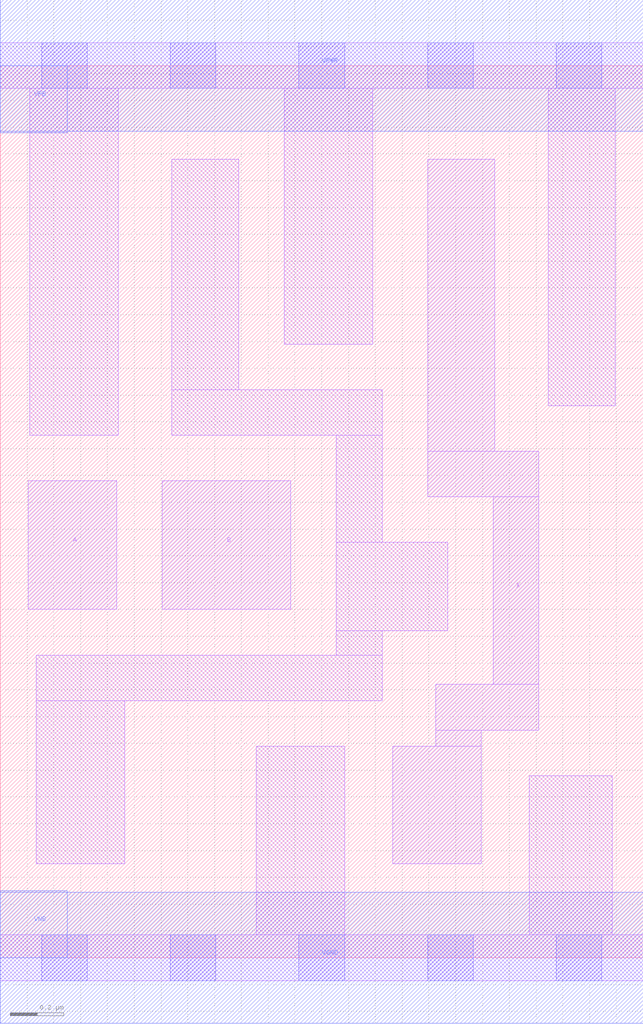
<source format=lef>
# Copyright 2020 The SkyWater PDK Authors
#
# Licensed under the Apache License, Version 2.0 (the "License");
# you may not use this file except in compliance with the License.
# You may obtain a copy of the License at
#
#     https://www.apache.org/licenses/LICENSE-2.0
#
# Unless required by applicable law or agreed to in writing, software
# distributed under the License is distributed on an "AS IS" BASIS,
# WITHOUT WARRANTIES OR CONDITIONS OF ANY KIND, either express or implied.
# See the License for the specific language governing permissions and
# limitations under the License.
#
# SPDX-License-Identifier: Apache-2.0

VERSION 5.5 ;
NAMESCASESENSITIVE ON ;
BUSBITCHARS "[]" ;
DIVIDERCHAR "/" ;
MACRO sky130_fd_sc_ms__and2_2
  CLASS CORE ;
  SOURCE USER ;
  ORIGIN  0.000000  0.000000 ;
  SIZE  2.400000 BY  3.330000 ;
  SYMMETRY X Y ;
  SITE unit ;
  PIN A
    ANTENNAGATEAREA  0.261000 ;
    DIRECTION INPUT ;
    USE SIGNAL ;
    PORT
      LAYER li1 ;
        RECT 0.105000 1.300000 0.435000 1.780000 ;
    END
  END A
  PIN B
    ANTENNAGATEAREA  0.261000 ;
    DIRECTION INPUT ;
    USE SIGNAL ;
    PORT
      LAYER li1 ;
        RECT 0.605000 1.300000 1.085000 1.780000 ;
    END
  END B
  PIN X
    ANTENNADIFFAREA  0.543200 ;
    DIRECTION OUTPUT ;
    USE SIGNAL ;
    PORT
      LAYER li1 ;
        RECT 1.465000 0.350000 1.795000 0.790000 ;
        RECT 1.595000 1.720000 2.010000 1.890000 ;
        RECT 1.595000 1.890000 1.845000 2.980000 ;
        RECT 1.625000 0.790000 1.795000 0.850000 ;
        RECT 1.625000 0.850000 2.010000 1.020000 ;
        RECT 1.840000 1.020000 2.010000 1.720000 ;
    END
  END X
  PIN VGND
    DIRECTION INOUT ;
    USE GROUND ;
    PORT
      LAYER met1 ;
        RECT 0.000000 -0.245000 2.400000 0.245000 ;
    END
  END VGND
  PIN VNB
    DIRECTION INOUT ;
    USE GROUND ;
    PORT
    END
  END VNB
  PIN VPB
    DIRECTION INOUT ;
    USE POWER ;
    PORT
    END
  END VPB
  PIN VNB
    DIRECTION INOUT ;
    USE GROUND ;
    PORT
      LAYER met1 ;
        RECT 0.000000 0.000000 0.250000 0.250000 ;
    END
  END VNB
  PIN VPB
    DIRECTION INOUT ;
    USE POWER ;
    PORT
      LAYER met1 ;
        RECT 0.000000 3.080000 0.250000 3.330000 ;
    END
  END VPB
  PIN VPWR
    DIRECTION INOUT ;
    USE POWER ;
    PORT
      LAYER met1 ;
        RECT 0.000000 3.085000 2.400000 3.575000 ;
    END
  END VPWR
  OBS
    LAYER li1 ;
      RECT 0.000000 -0.085000 2.400000 0.085000 ;
      RECT 0.000000  3.245000 2.400000 3.415000 ;
      RECT 0.110000  1.950000 0.440000 3.245000 ;
      RECT 0.135000  0.350000 0.465000 0.960000 ;
      RECT 0.135000  0.960000 1.425000 1.130000 ;
      RECT 0.640000  1.950000 1.425000 2.120000 ;
      RECT 0.640000  2.120000 0.890000 2.980000 ;
      RECT 0.955000  0.085000 1.285000 0.790000 ;
      RECT 1.060000  2.290000 1.390000 3.245000 ;
      RECT 1.255000  1.130000 1.425000 1.220000 ;
      RECT 1.255000  1.220000 1.670000 1.550000 ;
      RECT 1.255000  1.550000 1.425000 1.950000 ;
      RECT 1.975000  0.085000 2.285000 0.680000 ;
      RECT 2.045000  2.060000 2.295000 3.245000 ;
    LAYER mcon ;
      RECT 0.155000 -0.085000 0.325000 0.085000 ;
      RECT 0.155000  3.245000 0.325000 3.415000 ;
      RECT 0.635000 -0.085000 0.805000 0.085000 ;
      RECT 0.635000  3.245000 0.805000 3.415000 ;
      RECT 1.115000 -0.085000 1.285000 0.085000 ;
      RECT 1.115000  3.245000 1.285000 3.415000 ;
      RECT 1.595000 -0.085000 1.765000 0.085000 ;
      RECT 1.595000  3.245000 1.765000 3.415000 ;
      RECT 2.075000 -0.085000 2.245000 0.085000 ;
      RECT 2.075000  3.245000 2.245000 3.415000 ;
  END
END sky130_fd_sc_ms__and2_2
END LIBRARY

</source>
